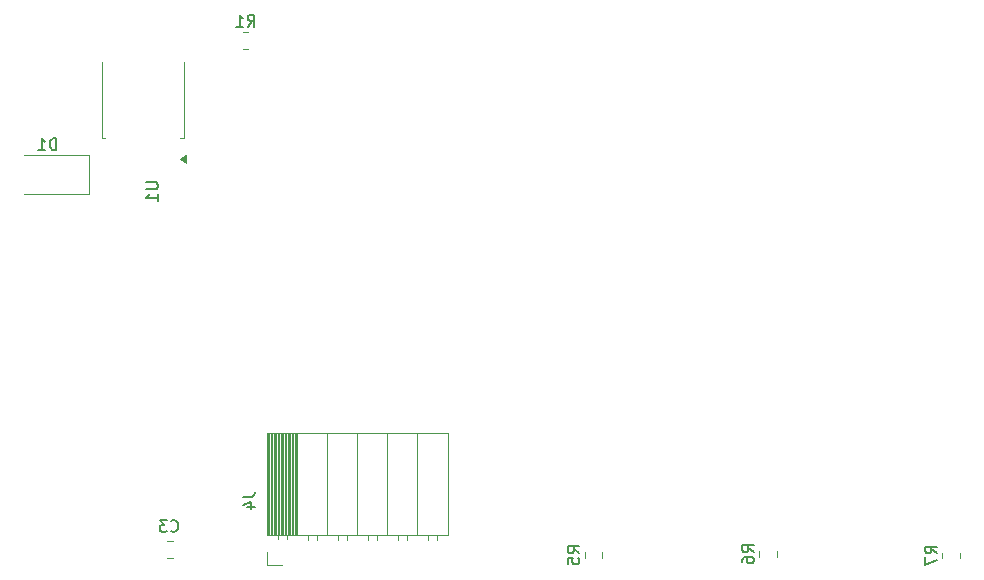
<source format=gbr>
%TF.GenerationSoftware,KiCad,Pcbnew,8.0.7*%
%TF.CreationDate,2025-06-01T16:35:16+09:00*%
%TF.ProjectId,ESP32 RST Monitoring,45535033-3220-4525-9354-204d6f6e6974,rev?*%
%TF.SameCoordinates,Original*%
%TF.FileFunction,Legend,Bot*%
%TF.FilePolarity,Positive*%
%FSLAX46Y46*%
G04 Gerber Fmt 4.6, Leading zero omitted, Abs format (unit mm)*
G04 Created by KiCad (PCBNEW 8.0.7) date 2025-06-01 16:35:16*
%MOMM*%
%LPD*%
G01*
G04 APERTURE LIST*
%ADD10C,0.150000*%
%ADD11C,0.120000*%
G04 APERTURE END LIST*
D10*
X113107694Y-81876419D02*
X113107694Y-80876419D01*
X113107694Y-80876419D02*
X112869599Y-80876419D01*
X112869599Y-80876419D02*
X112726742Y-80924038D01*
X112726742Y-80924038D02*
X112631504Y-81019276D01*
X112631504Y-81019276D02*
X112583885Y-81114514D01*
X112583885Y-81114514D02*
X112536266Y-81304990D01*
X112536266Y-81304990D02*
X112536266Y-81447847D01*
X112536266Y-81447847D02*
X112583885Y-81638323D01*
X112583885Y-81638323D02*
X112631504Y-81733561D01*
X112631504Y-81733561D02*
X112726742Y-81828800D01*
X112726742Y-81828800D02*
X112869599Y-81876419D01*
X112869599Y-81876419D02*
X113107694Y-81876419D01*
X111583885Y-81876419D02*
X112155313Y-81876419D01*
X111869599Y-81876419D02*
X111869599Y-80876419D01*
X111869599Y-80876419D02*
X111964837Y-81019276D01*
X111964837Y-81019276D02*
X112060075Y-81114514D01*
X112060075Y-81114514D02*
X112155313Y-81162133D01*
X120696019Y-84605295D02*
X121505542Y-84605295D01*
X121505542Y-84605295D02*
X121600780Y-84652914D01*
X121600780Y-84652914D02*
X121648400Y-84700533D01*
X121648400Y-84700533D02*
X121696019Y-84795771D01*
X121696019Y-84795771D02*
X121696019Y-84986247D01*
X121696019Y-84986247D02*
X121648400Y-85081485D01*
X121648400Y-85081485D02*
X121600780Y-85129104D01*
X121600780Y-85129104D02*
X121505542Y-85176723D01*
X121505542Y-85176723D02*
X120696019Y-85176723D01*
X121696019Y-86176723D02*
X121696019Y-85605295D01*
X121696019Y-85891009D02*
X120696019Y-85891009D01*
X120696019Y-85891009D02*
X120838876Y-85795771D01*
X120838876Y-85795771D02*
X120934114Y-85700533D01*
X120934114Y-85700533D02*
X120981733Y-85605295D01*
X187653819Y-116012933D02*
X187177628Y-115679600D01*
X187653819Y-115441505D02*
X186653819Y-115441505D01*
X186653819Y-115441505D02*
X186653819Y-115822457D01*
X186653819Y-115822457D02*
X186701438Y-115917695D01*
X186701438Y-115917695D02*
X186749057Y-115965314D01*
X186749057Y-115965314D02*
X186844295Y-116012933D01*
X186844295Y-116012933D02*
X186987152Y-116012933D01*
X186987152Y-116012933D02*
X187082390Y-115965314D01*
X187082390Y-115965314D02*
X187130009Y-115917695D01*
X187130009Y-115917695D02*
X187177628Y-115822457D01*
X187177628Y-115822457D02*
X187177628Y-115441505D01*
X186653819Y-116346267D02*
X186653819Y-117012933D01*
X186653819Y-117012933D02*
X187653819Y-116584362D01*
X157377019Y-115992533D02*
X156900828Y-115659200D01*
X157377019Y-115421105D02*
X156377019Y-115421105D01*
X156377019Y-115421105D02*
X156377019Y-115802057D01*
X156377019Y-115802057D02*
X156424638Y-115897295D01*
X156424638Y-115897295D02*
X156472257Y-115944914D01*
X156472257Y-115944914D02*
X156567495Y-115992533D01*
X156567495Y-115992533D02*
X156710352Y-115992533D01*
X156710352Y-115992533D02*
X156805590Y-115944914D01*
X156805590Y-115944914D02*
X156853209Y-115897295D01*
X156853209Y-115897295D02*
X156900828Y-115802057D01*
X156900828Y-115802057D02*
X156900828Y-115421105D01*
X156377019Y-116897295D02*
X156377019Y-116421105D01*
X156377019Y-116421105D02*
X156853209Y-116373486D01*
X156853209Y-116373486D02*
X156805590Y-116421105D01*
X156805590Y-116421105D02*
X156757971Y-116516343D01*
X156757971Y-116516343D02*
X156757971Y-116754438D01*
X156757971Y-116754438D02*
X156805590Y-116849676D01*
X156805590Y-116849676D02*
X156853209Y-116897295D01*
X156853209Y-116897295D02*
X156948447Y-116944914D01*
X156948447Y-116944914D02*
X157186542Y-116944914D01*
X157186542Y-116944914D02*
X157281780Y-116897295D01*
X157281780Y-116897295D02*
X157329400Y-116849676D01*
X157329400Y-116849676D02*
X157377019Y-116754438D01*
X157377019Y-116754438D02*
X157377019Y-116516343D01*
X157377019Y-116516343D02*
X157329400Y-116421105D01*
X157329400Y-116421105D02*
X157281780Y-116373486D01*
X122797866Y-114100780D02*
X122845485Y-114148400D01*
X122845485Y-114148400D02*
X122988342Y-114196019D01*
X122988342Y-114196019D02*
X123083580Y-114196019D01*
X123083580Y-114196019D02*
X123226437Y-114148400D01*
X123226437Y-114148400D02*
X123321675Y-114053161D01*
X123321675Y-114053161D02*
X123369294Y-113957923D01*
X123369294Y-113957923D02*
X123416913Y-113767447D01*
X123416913Y-113767447D02*
X123416913Y-113624590D01*
X123416913Y-113624590D02*
X123369294Y-113434114D01*
X123369294Y-113434114D02*
X123321675Y-113338876D01*
X123321675Y-113338876D02*
X123226437Y-113243638D01*
X123226437Y-113243638D02*
X123083580Y-113196019D01*
X123083580Y-113196019D02*
X122988342Y-113196019D01*
X122988342Y-113196019D02*
X122845485Y-113243638D01*
X122845485Y-113243638D02*
X122797866Y-113291257D01*
X122464532Y-113196019D02*
X121845485Y-113196019D01*
X121845485Y-113196019D02*
X122178818Y-113576971D01*
X122178818Y-113576971D02*
X122035961Y-113576971D01*
X122035961Y-113576971D02*
X121940723Y-113624590D01*
X121940723Y-113624590D02*
X121893104Y-113672209D01*
X121893104Y-113672209D02*
X121845485Y-113767447D01*
X121845485Y-113767447D02*
X121845485Y-114005542D01*
X121845485Y-114005542D02*
X121893104Y-114100780D01*
X121893104Y-114100780D02*
X121940723Y-114148400D01*
X121940723Y-114148400D02*
X122035961Y-114196019D01*
X122035961Y-114196019D02*
X122321675Y-114196019D01*
X122321675Y-114196019D02*
X122416913Y-114148400D01*
X122416913Y-114148400D02*
X122464532Y-114100780D01*
X172159819Y-115911333D02*
X171683628Y-115578000D01*
X172159819Y-115339905D02*
X171159819Y-115339905D01*
X171159819Y-115339905D02*
X171159819Y-115720857D01*
X171159819Y-115720857D02*
X171207438Y-115816095D01*
X171207438Y-115816095D02*
X171255057Y-115863714D01*
X171255057Y-115863714D02*
X171350295Y-115911333D01*
X171350295Y-115911333D02*
X171493152Y-115911333D01*
X171493152Y-115911333D02*
X171588390Y-115863714D01*
X171588390Y-115863714D02*
X171636009Y-115816095D01*
X171636009Y-115816095D02*
X171683628Y-115720857D01*
X171683628Y-115720857D02*
X171683628Y-115339905D01*
X171159819Y-116768476D02*
X171159819Y-116578000D01*
X171159819Y-116578000D02*
X171207438Y-116482762D01*
X171207438Y-116482762D02*
X171255057Y-116435143D01*
X171255057Y-116435143D02*
X171397914Y-116339905D01*
X171397914Y-116339905D02*
X171588390Y-116292286D01*
X171588390Y-116292286D02*
X171969342Y-116292286D01*
X171969342Y-116292286D02*
X172064580Y-116339905D01*
X172064580Y-116339905D02*
X172112200Y-116387524D01*
X172112200Y-116387524D02*
X172159819Y-116482762D01*
X172159819Y-116482762D02*
X172159819Y-116673238D01*
X172159819Y-116673238D02*
X172112200Y-116768476D01*
X172112200Y-116768476D02*
X172064580Y-116816095D01*
X172064580Y-116816095D02*
X171969342Y-116863714D01*
X171969342Y-116863714D02*
X171731247Y-116863714D01*
X171731247Y-116863714D02*
X171636009Y-116816095D01*
X171636009Y-116816095D02*
X171588390Y-116768476D01*
X171588390Y-116768476D02*
X171540771Y-116673238D01*
X171540771Y-116673238D02*
X171540771Y-116482762D01*
X171540771Y-116482762D02*
X171588390Y-116387524D01*
X171588390Y-116387524D02*
X171636009Y-116339905D01*
X171636009Y-116339905D02*
X171731247Y-116292286D01*
X128916819Y-111218066D02*
X129631104Y-111218066D01*
X129631104Y-111218066D02*
X129773961Y-111170447D01*
X129773961Y-111170447D02*
X129869200Y-111075209D01*
X129869200Y-111075209D02*
X129916819Y-110932352D01*
X129916819Y-110932352D02*
X129916819Y-110837114D01*
X129250152Y-112122828D02*
X129916819Y-112122828D01*
X128869200Y-111884733D02*
X129583485Y-111646638D01*
X129583485Y-111646638D02*
X129583485Y-112265685D01*
X129300266Y-71423419D02*
X129633599Y-70947228D01*
X129871694Y-71423419D02*
X129871694Y-70423419D01*
X129871694Y-70423419D02*
X129490742Y-70423419D01*
X129490742Y-70423419D02*
X129395504Y-70471038D01*
X129395504Y-70471038D02*
X129347885Y-70518657D01*
X129347885Y-70518657D02*
X129300266Y-70613895D01*
X129300266Y-70613895D02*
X129300266Y-70756752D01*
X129300266Y-70756752D02*
X129347885Y-70851990D01*
X129347885Y-70851990D02*
X129395504Y-70899609D01*
X129395504Y-70899609D02*
X129490742Y-70947228D01*
X129490742Y-70947228D02*
X129871694Y-70947228D01*
X128347885Y-71423419D02*
X128919313Y-71423419D01*
X128633599Y-71423419D02*
X128633599Y-70423419D01*
X128633599Y-70423419D02*
X128728837Y-70566276D01*
X128728837Y-70566276D02*
X128824075Y-70661514D01*
X128824075Y-70661514D02*
X128919313Y-70709133D01*
D11*
%TO.C,D1*%
X110369600Y-82271600D02*
X115879600Y-82271600D01*
X110369600Y-85571600D02*
X115879600Y-85571600D01*
X115879600Y-85571600D02*
X115879600Y-82271600D01*
%TO.C,U1*%
X116977400Y-80870800D02*
X116977400Y-74450800D01*
X117247400Y-80870800D02*
X116977400Y-80870800D01*
X123607400Y-80870800D02*
X123877400Y-80870800D01*
X123877400Y-80870800D02*
X123877400Y-74450800D01*
X124037400Y-82940800D02*
X123567400Y-82600800D01*
X124037400Y-82260800D01*
X124037400Y-82940800D01*
G36*
X124037400Y-82940800D02*
G01*
X123567400Y-82600800D01*
X124037400Y-82260800D01*
X124037400Y-82940800D01*
G37*
%TO.C,R7*%
X188114000Y-116406664D02*
X188114000Y-115952536D01*
X189584000Y-116406664D02*
X189584000Y-115952536D01*
%TO.C,R5*%
X157837200Y-116386264D02*
X157837200Y-115932136D01*
X159307200Y-116386264D02*
X159307200Y-115932136D01*
%TO.C,C3*%
X122471548Y-114936600D02*
X122994052Y-114936600D01*
X122471548Y-116406600D02*
X122994052Y-116406600D01*
%TO.C,R6*%
X172620000Y-116305064D02*
X172620000Y-115850936D01*
X174090000Y-116305064D02*
X174090000Y-115850936D01*
%TO.C,J4*%
X130902000Y-114471400D02*
X130902000Y-105841400D01*
X130902000Y-117041400D02*
X130902000Y-115931400D01*
X131022000Y-114471400D02*
X131022000Y-105841400D01*
X131140095Y-114471400D02*
X131140095Y-105841400D01*
X131258190Y-114471400D02*
X131258190Y-105841400D01*
X131376285Y-114471400D02*
X131376285Y-105841400D01*
X131494380Y-114471400D02*
X131494380Y-105841400D01*
X131612475Y-114471400D02*
X131612475Y-105841400D01*
X131730570Y-114471400D02*
X131730570Y-105841400D01*
X131848665Y-114471400D02*
X131848665Y-105841400D01*
X131872000Y-114821400D02*
X131872000Y-114471400D01*
X131966760Y-114471400D02*
X131966760Y-105841400D01*
X132084855Y-114471400D02*
X132084855Y-105841400D01*
X132202950Y-114471400D02*
X132202950Y-105841400D01*
X132232000Y-117041400D02*
X130902000Y-117041400D01*
X132321045Y-114471400D02*
X132321045Y-105841400D01*
X132439140Y-114471400D02*
X132439140Y-105841400D01*
X132557235Y-114471400D02*
X132557235Y-105841400D01*
X132592000Y-114821400D02*
X132592000Y-114471400D01*
X132675330Y-114471400D02*
X132675330Y-105841400D01*
X132793425Y-114471400D02*
X132793425Y-105841400D01*
X132911520Y-114471400D02*
X132911520Y-105841400D01*
X133029615Y-114471400D02*
X133029615Y-105841400D01*
X133147710Y-114471400D02*
X133147710Y-105841400D01*
X133265805Y-114471400D02*
X133265805Y-105841400D01*
X133383900Y-114471400D02*
X133383900Y-105841400D01*
X133502000Y-114471400D02*
X133502000Y-105841400D01*
X134412000Y-114881400D02*
X134412000Y-114471400D01*
X135132000Y-114881400D02*
X135132000Y-114471400D01*
X136042000Y-114471400D02*
X136042000Y-105841400D01*
X136952000Y-114881400D02*
X136952000Y-114471400D01*
X137672000Y-114881400D02*
X137672000Y-114471400D01*
X138582000Y-114471400D02*
X138582000Y-105841400D01*
X139492000Y-114881400D02*
X139492000Y-114471400D01*
X140212000Y-114881400D02*
X140212000Y-114471400D01*
X141122000Y-114471400D02*
X141122000Y-105841400D01*
X142032000Y-114881400D02*
X142032000Y-114471400D01*
X142752000Y-114881400D02*
X142752000Y-114471400D01*
X143662000Y-114471400D02*
X143662000Y-105841400D01*
X144572000Y-114881400D02*
X144572000Y-114471400D01*
X145292000Y-114881400D02*
X145292000Y-114471400D01*
X146262000Y-105841400D02*
X130902000Y-105841400D01*
X146262000Y-114471400D02*
X130902000Y-114471400D01*
X146262000Y-114471400D02*
X146262000Y-105841400D01*
%TO.C,R1*%
X128906536Y-71883600D02*
X129360664Y-71883600D01*
X128906536Y-73353600D02*
X129360664Y-73353600D01*
%TD*%
M02*

</source>
